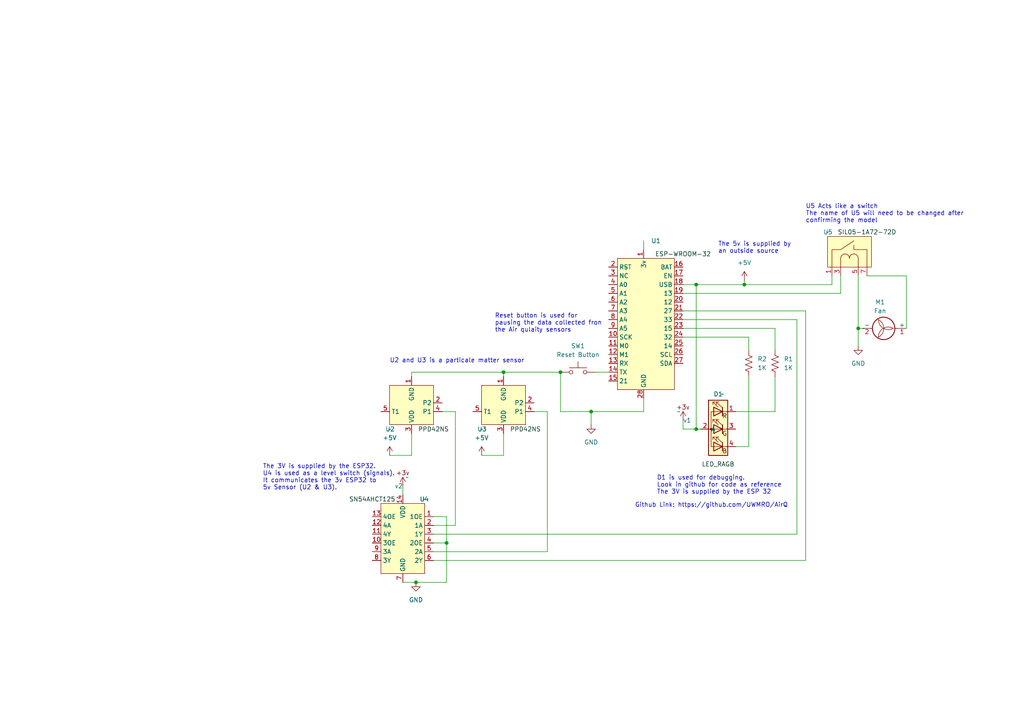
<source format=kicad_sch>
(kicad_sch (version 20230121) (generator eeschema)

  (uuid 7952aa3d-5e61-4d9a-838e-3c6cdf60cb39)

  (paper "A4")

  (title_block
    (title "Air Quality Sensor Mk1 ")
    (date "2024-04-12")
    (rev "4")
    (company "Univeristy of Washington AUEG Club")
  )

  (lib_symbols
    (symbol "Device:R_US" (pin_numbers hide) (pin_names (offset 0)) (in_bom yes) (on_board yes)
      (property "Reference" "R" (at 2.54 0 90)
        (effects (font (size 1.27 1.27)))
      )
      (property "Value" "R_US" (at -2.54 0 90)
        (effects (font (size 1.27 1.27)))
      )
      (property "Footprint" "" (at 1.016 -0.254 90)
        (effects (font (size 1.27 1.27)) hide)
      )
      (property "Datasheet" "~" (at 0 0 0)
        (effects (font (size 1.27 1.27)) hide)
      )
      (property "ki_keywords" "R res resistor" (at 0 0 0)
        (effects (font (size 1.27 1.27)) hide)
      )
      (property "ki_description" "Resistor, US symbol" (at 0 0 0)
        (effects (font (size 1.27 1.27)) hide)
      )
      (property "ki_fp_filters" "R_*" (at 0 0 0)
        (effects (font (size 1.27 1.27)) hide)
      )
      (symbol "R_US_0_1"
        (polyline
          (pts
            (xy 0 -2.286)
            (xy 0 -2.54)
          )
          (stroke (width 0) (type default))
          (fill (type none))
        )
        (polyline
          (pts
            (xy 0 2.286)
            (xy 0 2.54)
          )
          (stroke (width 0) (type default))
          (fill (type none))
        )
        (polyline
          (pts
            (xy 0 -0.762)
            (xy 1.016 -1.143)
            (xy 0 -1.524)
            (xy -1.016 -1.905)
            (xy 0 -2.286)
          )
          (stroke (width 0) (type default))
          (fill (type none))
        )
        (polyline
          (pts
            (xy 0 0.762)
            (xy 1.016 0.381)
            (xy 0 0)
            (xy -1.016 -0.381)
            (xy 0 -0.762)
          )
          (stroke (width 0) (type default))
          (fill (type none))
        )
        (polyline
          (pts
            (xy 0 2.286)
            (xy 1.016 1.905)
            (xy 0 1.524)
            (xy -1.016 1.143)
            (xy 0 0.762)
          )
          (stroke (width 0) (type default))
          (fill (type none))
        )
      )
      (symbol "R_US_1_1"
        (pin passive line (at 0 3.81 270) (length 1.27)
          (name "~" (effects (font (size 1.27 1.27))))
          (number "1" (effects (font (size 1.27 1.27))))
        )
        (pin passive line (at 0 -3.81 90) (length 1.27)
          (name "~" (effects (font (size 1.27 1.27))))
          (number "2" (effects (font (size 1.27 1.27))))
        )
      )
    )
    (symbol "Motor:Fan" (pin_names (offset 0)) (in_bom yes) (on_board yes)
      (property "Reference" "M" (at 2.54 5.08 0)
        (effects (font (size 1.27 1.27)) (justify left))
      )
      (property "Value" "Fan" (at 2.54 -2.54 0)
        (effects (font (size 1.27 1.27)) (justify left top))
      )
      (property "Footprint" "" (at 0 0.254 0)
        (effects (font (size 1.27 1.27)) hide)
      )
      (property "Datasheet" "~" (at 0 0.254 0)
        (effects (font (size 1.27 1.27)) hide)
      )
      (property "ki_keywords" "Fan Motor" (at 0 0 0)
        (effects (font (size 1.27 1.27)) hide)
      )
      (property "ki_description" "Fan" (at 0 0 0)
        (effects (font (size 1.27 1.27)) hide)
      )
      (property "ki_fp_filters" "PinHeader*P2.54mm* TerminalBlock*" (at 0 0 0)
        (effects (font (size 1.27 1.27)) hide)
      )
      (symbol "Fan_0_1"
        (arc (start -2.54 -0.508) (mid 0.0028 0.9121) (end 0 3.81)
          (stroke (width 0) (type default))
          (fill (type none))
        )
        (polyline
          (pts
            (xy 0 -5.08)
            (xy 0 -4.572)
          )
          (stroke (width 0) (type default))
          (fill (type none))
        )
        (polyline
          (pts
            (xy 0 -2.2352)
            (xy 0 -2.6416)
          )
          (stroke (width 0) (type default))
          (fill (type none))
        )
        (polyline
          (pts
            (xy 0 4.2672)
            (xy 0 4.6228)
          )
          (stroke (width 0) (type default))
          (fill (type none))
        )
        (polyline
          (pts
            (xy 0 4.572)
            (xy 0 5.08)
          )
          (stroke (width 0) (type default))
          (fill (type none))
        )
        (circle (center 0 1.016) (radius 3.2512)
          (stroke (width 0.254) (type default))
          (fill (type none))
        )
        (arc (start 0 3.81) (mid 0.053 0.921) (end 2.54 -0.508)
          (stroke (width 0) (type default))
          (fill (type none))
        )
        (arc (start 2.54 -0.508) (mid 0 1.0618) (end -2.54 -0.508)
          (stroke (width 0) (type default))
          (fill (type none))
        )
      )
      (symbol "Fan_1_1"
        (pin passive line (at 0 7.62 270) (length 2.54)
          (name "+" (effects (font (size 1.27 1.27))))
          (number "1" (effects (font (size 1.27 1.27))))
        )
        (pin passive line (at 0 -5.08 90) (length 2.54)
          (name "-" (effects (font (size 1.27 1.27))))
          (number "2" (effects (font (size 1.27 1.27))))
        )
      )
    )
    (symbol "Other Integrated Circuits:SIL_REED_RELAY SIL05-1A72-72D" (in_bom yes) (on_board yes)
      (property "Reference" "U" (at -19.05 3.81 0)
        (effects (font (size 1.27 1.27)))
      )
      (property "Value" "" (at -19.05 3.81 0)
        (effects (font (size 1.27 1.27)))
      )
      (property "Footprint" "" (at -19.05 3.81 0)
        (effects (font (size 1.27 1.27)) hide)
      )
      (property "Datasheet" "" (at -19.05 3.81 0)
        (effects (font (size 1.27 1.27)) hide)
      )
      (symbol "SIL_REED_RELAY SIL05-1A72-72D_0_1"
        (arc (start -13.97 -2.54) (mid -14.868 -2.912) (end -15.24 -3.81)
          (stroke (width 0) (type default))
          (fill (type none))
        )
        (arc (start -12.7 -3.81) (mid -13.072 -2.912) (end -13.97 -2.54)
          (stroke (width 0) (type default))
          (fill (type none))
        )
        (arc (start -11.43 -2.54) (mid -12.328 -2.912) (end -12.7 -3.81)
          (stroke (width 0) (type default))
          (fill (type none))
        )
        (arc (start -10.16 -3.81) (mid -10.532 -2.912) (end -11.43 -2.54)
          (stroke (width 0) (type default))
          (fill (type none))
        )
        (polyline
          (pts
            (xy -15.24 -3.81)
            (xy -15.24 -6.35)
          )
          (stroke (width 0) (type default))
          (fill (type none))
        )
        (polyline
          (pts
            (xy -10.16 -3.81)
            (xy -10.16 -6.35)
          )
          (stroke (width 0) (type default))
          (fill (type none))
        )
        (polyline
          (pts
            (xy -17.78 -6.35)
            (xy -17.78 -1.27)
            (xy -15.24 -1.27)
            (xy -11.43 1.27)
          )
          (stroke (width 0) (type default))
          (fill (type none))
        )
        (polyline
          (pts
            (xy -11.43 0)
            (xy -11.43 -1.27)
            (xy -7.62 -1.27)
            (xy -7.62 -6.35)
          )
          (stroke (width 0) (type default))
          (fill (type none))
        )
      )
      (symbol "SIL_REED_RELAY SIL05-1A72-72D_1_1"
        (rectangle (start -19.05 2.54) (end -6.35 -6.35)
          (stroke (width 0) (type default))
          (fill (type background))
        )
        (text "SIL05-1A72-72D" (at -7.62 3.81 0)
          (effects (font (size 1.27 1.27) (color 1 50 32 1)))
        )
        (pin bidirectional line (at -17.78 -8.89 90) (length 2.54)
          (name "" (effects (font (size 1.27 1.27))))
          (number "1" (effects (font (size 1.27 1.27))))
        )
        (pin bidirectional line (at -15.24 -8.89 90) (length 2.54)
          (name "" (effects (font (size 1.27 1.27))))
          (number "3" (effects (font (size 1.27 1.27))))
        )
        (pin bidirectional line (at -10.16 -8.89 90) (length 2.54)
          (name "" (effects (font (size 1.27 1.27))))
          (number "5" (effects (font (size 1.27 1.27))))
        )
        (pin bidirectional line (at -7.62 -8.89 90) (length 2.54)
          (name "" (effects (font (size 1.27 1.27))))
          (number "7" (effects (font (size 1.27 1.27))))
        )
      )
    )
    (symbol "Other Integrated Circuits:SN54AHCT125" (in_bom yes) (on_board yes)
      (property "Reference" "U" (at 0 0 0)
        (effects (font (size 1.27 1.27)))
      )
      (property "Value" "" (at 0 0 0)
        (effects (font (size 1.27 1.27)))
      )
      (property "Footprint" "" (at 0 0 0)
        (effects (font (size 1.27 1.27)) hide)
      )
      (property "Datasheet" "" (at 0 0 0)
        (effects (font (size 1.27 1.27)) hide)
      )
      (symbol "SN54AHCT125_1_1"
        (rectangle (start 0 -1.27) (end 12.7 -21.59)
          (stroke (width 0) (type default))
          (fill (type background))
        )
        (text "SN54AHCT125" (at 15.24 0 0)
          (effects (font (size 1.27 1.27) (color 1 50 32 1)))
        )
        (pin input line (at -2.54 -5.08 0) (length 2.54)
          (name "1OE" (effects (font (size 1.27 1.27))))
          (number "1" (effects (font (size 1.27 1.27))))
        )
        (pin input line (at 15.24 -12.7 180) (length 2.54)
          (name "3OE" (effects (font (size 1.27 1.27))))
          (number "10" (effects (font (size 1.27 1.27))))
        )
        (pin output line (at 15.24 -10.16 180) (length 2.54)
          (name "4Y" (effects (font (size 1.27 1.27))))
          (number "11" (effects (font (size 1.27 1.27))))
        )
        (pin input line (at 15.24 -7.62 180) (length 2.54)
          (name "4A" (effects (font (size 1.27 1.27))))
          (number "12" (effects (font (size 1.27 1.27))))
        )
        (pin input line (at 15.24 -5.08 180) (length 2.54)
          (name "4OE" (effects (font (size 1.27 1.27))))
          (number "13" (effects (font (size 1.27 1.27))))
        )
        (pin input line (at 6.35 1.27 270) (length 2.54)
          (name "VDD" (effects (font (size 1.27 1.27))))
          (number "14" (effects (font (size 1.27 1.27))))
        )
        (pin input line (at -2.54 -7.62 0) (length 2.54)
          (name "1A" (effects (font (size 1.27 1.27))))
          (number "2" (effects (font (size 1.27 1.27))))
        )
        (pin output line (at -2.54 -10.16 0) (length 2.54)
          (name "1Y" (effects (font (size 1.27 1.27))))
          (number "3" (effects (font (size 1.27 1.27))))
        )
        (pin input line (at -2.54 -12.7 0) (length 2.54)
          (name "2OE" (effects (font (size 1.27 1.27))))
          (number "4" (effects (font (size 1.27 1.27))))
        )
        (pin input line (at -2.54 -15.24 0) (length 2.54)
          (name "2A" (effects (font (size 1.27 1.27))))
          (number "5" (effects (font (size 1.27 1.27))))
        )
        (pin output line (at -2.54 -17.78 0) (length 2.54)
          (name "2Y" (effects (font (size 1.27 1.27))))
          (number "6" (effects (font (size 1.27 1.27))))
        )
        (pin output line (at 6.35 -24.13 90) (length 2.54)
          (name "GND" (effects (font (size 1.27 1.27))))
          (number "7" (effects (font (size 1.27 1.27))))
        )
        (pin output line (at 15.24 -17.78 180) (length 2.54)
          (name "3Y" (effects (font (size 1.27 1.27))))
          (number "8" (effects (font (size 1.27 1.27))))
        )
        (pin input line (at 15.24 -15.24 180) (length 2.54)
          (name "3A" (effects (font (size 1.27 1.27))))
          (number "9" (effects (font (size 1.27 1.27))))
        )
      )
    )
    (symbol "Other Lights:LED_RAGB" (in_bom yes) (on_board yes)
      (property "Reference" "D" (at -1.27 0 0)
        (effects (font (size 1.27 1.27)))
      )
      (property "Value" "" (at 0 0 0)
        (effects (font (size 1.27 1.27)))
      )
      (property "Footprint" "" (at 0 0 0)
        (effects (font (size 1.27 1.27)) hide)
      )
      (property "Datasheet" "" (at 0 0 0)
        (effects (font (size 1.27 1.27)) hide)
      )
      (symbol "LED_RAGB_0_0"
        (text "B" (at -0.635 -16.51 0)
          (effects (font (size 1.27 1.27)))
        )
        (text "G" (at -0.635 -11.43 0)
          (effects (font (size 1.27 1.27)))
        )
        (text "R" (at -0.635 -6.35 0)
          (effects (font (size 1.27 1.27)))
        )
      )
      (symbol "LED_RAGB_0_1"
        (rectangle (start -1.524 -1.778) (end 4.064 -17.78)
          (stroke (width 0.254) (type default))
          (fill (type background))
        )
        (polyline
          (pts
            (xy 0 -15.24)
            (xy -1.27 -15.24)
          )
          (stroke (width 0) (type default))
          (fill (type none))
        )
        (polyline
          (pts
            (xy 0 -15.24)
            (xy 2.54 -15.24)
          )
          (stroke (width 0) (type default))
          (fill (type none))
        )
        (polyline
          (pts
            (xy 0 -13.97)
            (xy 0 -16.51)
          )
          (stroke (width 0.254) (type default))
          (fill (type none))
        )
        (polyline
          (pts
            (xy 0 -10.16)
            (xy -1.27 -10.16)
          )
          (stroke (width 0) (type default))
          (fill (type none))
        )
        (polyline
          (pts
            (xy 0 -8.89)
            (xy 0 -11.43)
          )
          (stroke (width 0.254) (type default))
          (fill (type none))
        )
        (polyline
          (pts
            (xy 0 -5.08)
            (xy -1.27 -5.08)
          )
          (stroke (width 0) (type default))
          (fill (type none))
        )
        (polyline
          (pts
            (xy 0 -5.08)
            (xy 2.54 -5.08)
          )
          (stroke (width 0) (type default))
          (fill (type none))
        )
        (polyline
          (pts
            (xy 0 -3.81)
            (xy 0 -6.35)
          )
          (stroke (width 0.254) (type default))
          (fill (type none))
        )
        (polyline
          (pts
            (xy 2.54 -10.16)
            (xy 0 -10.16)
          )
          (stroke (width 0) (type default))
          (fill (type none))
        )
        (polyline
          (pts
            (xy 2.54 -10.16)
            (xy 3.81 -10.16)
          )
          (stroke (width 0) (type default))
          (fill (type none))
        )
        (polyline
          (pts
            (xy 0 -8.89)
            (xy 0 -11.43)
            (xy 0 -11.43)
          )
          (stroke (width 0) (type default))
          (fill (type none))
        )
        (polyline
          (pts
            (xy 0 -3.81)
            (xy 0 -6.35)
            (xy 0 -6.35)
          )
          (stroke (width 0) (type default))
          (fill (type none))
        )
        (polyline
          (pts
            (xy 2.54 -15.24)
            (xy 3.302 -15.24)
            (xy 3.302 -5.08)
            (xy 2.54 -5.08)
          )
          (stroke (width 0) (type default))
          (fill (type none))
        )
        (polyline
          (pts
            (xy 2.54 -13.97)
            (xy 2.54 -16.51)
            (xy 0 -15.24)
            (xy 2.54 -13.97)
          )
          (stroke (width 0.254) (type default))
          (fill (type none))
        )
        (polyline
          (pts
            (xy 2.54 -8.89)
            (xy 2.54 -11.43)
            (xy 0 -10.16)
            (xy 2.54 -8.89)
          )
          (stroke (width 0.254) (type default))
          (fill (type none))
        )
        (polyline
          (pts
            (xy 2.54 -3.81)
            (xy 2.54 -6.35)
            (xy 0 -5.08)
            (xy 2.54 -3.81)
          )
          (stroke (width 0.254) (type default))
          (fill (type none))
        )
        (polyline
          (pts
            (xy 0.254 -13.97)
            (xy 1.778 -12.446)
            (xy 1.016 -12.446)
            (xy 1.778 -12.446)
            (xy 1.778 -13.208)
          )
          (stroke (width 0) (type default))
          (fill (type none))
        )
        (polyline
          (pts
            (xy 0.254 -8.89)
            (xy 1.778 -7.366)
            (xy 1.016 -7.366)
            (xy 1.778 -7.366)
            (xy 1.778 -8.128)
          )
          (stroke (width 0) (type default))
          (fill (type none))
        )
        (polyline
          (pts
            (xy 0.254 -3.81)
            (xy 1.778 -2.286)
            (xy 1.016 -2.286)
            (xy 1.778 -2.286)
            (xy 1.778 -3.048)
          )
          (stroke (width 0) (type default))
          (fill (type none))
        )
        (polyline
          (pts
            (xy 1.27 -13.97)
            (xy 2.794 -12.446)
            (xy 2.032 -12.446)
            (xy 2.794 -12.446)
            (xy 2.794 -13.208)
          )
          (stroke (width 0) (type default))
          (fill (type none))
        )
        (polyline
          (pts
            (xy 1.27 -8.89)
            (xy 2.794 -7.366)
            (xy 2.032 -7.366)
            (xy 2.794 -7.366)
            (xy 2.794 -8.128)
          )
          (stroke (width 0) (type default))
          (fill (type none))
        )
        (polyline
          (pts
            (xy 1.27 -3.81)
            (xy 2.794 -2.286)
            (xy 2.032 -2.286)
            (xy 2.794 -2.286)
            (xy 2.794 -3.048)
          )
          (stroke (width 0) (type default))
          (fill (type none))
        )
        (rectangle (start 2.54 -11.43) (end 2.54 -8.89)
          (stroke (width 0) (type default))
          (fill (type none))
        )
        (rectangle (start 2.54 -8.89) (end 2.54 -8.89)
          (stroke (width 0) (type default))
          (fill (type none))
        )
        (rectangle (start 2.54 -6.35) (end 2.54 -3.81)
          (stroke (width 0) (type default))
          (fill (type none))
        )
        (rectangle (start 2.54 -3.81) (end 2.54 -3.81)
          (stroke (width 0) (type default))
          (fill (type none))
        )
        (circle (center 3.302 -10.16) (radius 0.254)
          (stroke (width 0) (type default))
          (fill (type outline))
        )
      )
      (symbol "LED_RAGB_1_1"
        (text "LED_RAGB" (at 1.27 -20.32 0)
          (effects (font (size 1.27 1.27) (color 1 50 32 1)))
        )
        (pin passive line (at -3.81 -5.08 0) (length 2.54)
          (name "" (effects (font (size 1.27 1.27))))
          (number "1" (effects (font (size 1.27 1.27))))
        )
        (pin passive line (at 6.35 -10.16 180) (length 2.54)
          (name "A" (effects (font (size 1.27 1.27))))
          (number "2" (effects (font (size 1.27 1.27))))
        )
        (pin passive line (at -3.81 -10.16 0) (length 2.54)
          (name "" (effects (font (size 1.27 1.27))))
          (number "3" (effects (font (size 1.27 1.27))))
        )
        (pin passive line (at -3.81 -15.24 0) (length 2.54)
          (name "" (effects (font (size 1.27 1.27))))
          (number "4" (effects (font (size 1.27 1.27))))
        )
      )
    )
    (symbol "Other Microcontroller:ESP32" (in_bom yes) (on_board yes)
      (property "Reference" "U" (at -2.54 3.81 0)
        (effects (font (size 1.27 1.27)))
      )
      (property "Value" "" (at 0 0 0)
        (effects (font (size 1.27 1.27)))
      )
      (property "Footprint" "" (at 0 0 0)
        (effects (font (size 1.27 1.27)) hide)
      )
      (property "Datasheet" "" (at 0 0 0)
        (effects (font (size 1.27 1.27)) hide)
      )
      (symbol "ESP32_1_1"
        (rectangle (start -2.54 2.54) (end 13.97 -35.56)
          (stroke (width 0) (type default))
          (fill (type background))
        )
        (text "ESP-WROOM-32\n" (at 16.51 3.81 0)
          (effects (font (size 1.27 1.27) (color 1 50 32 1)))
        )
        (pin input line (at 5.08 5.08 270) (length 2.54)
          (name "3v" (effects (font (size 1.27 1.27))))
          (number "1" (effects (font (size 1.27 1.27))))
        )
        (pin bidirectional line (at -5.08 -20.32 0) (length 2.54)
          (name "SCK" (effects (font (size 1.27 1.27))))
          (number "10" (effects (font (size 1.27 1.27))))
        )
        (pin bidirectional line (at -5.08 -22.86 0) (length 2.54)
          (name "M0" (effects (font (size 1.27 1.27))))
          (number "11" (effects (font (size 1.27 1.27))))
        )
        (pin bidirectional line (at -5.08 -25.4 0) (length 2.54)
          (name "M1" (effects (font (size 1.27 1.27))))
          (number "12" (effects (font (size 1.27 1.27))))
        )
        (pin bidirectional line (at -5.08 -27.94 0) (length 2.54)
          (name "RX" (effects (font (size 1.27 1.27))))
          (number "13" (effects (font (size 1.27 1.27))))
        )
        (pin bidirectional line (at -5.08 -30.48 0) (length 2.54)
          (name "TX" (effects (font (size 1.27 1.27))))
          (number "14" (effects (font (size 1.27 1.27))))
        )
        (pin bidirectional line (at -5.08 -33.02 0) (length 2.54)
          (name "21" (effects (font (size 1.27 1.27))))
          (number "15" (effects (font (size 1.27 1.27))))
        )
        (pin bidirectional line (at 16.51 0 180) (length 2.54)
          (name "BAT" (effects (font (size 1.27 1.27))))
          (number "16" (effects (font (size 1.27 1.27))))
        )
        (pin bidirectional line (at 16.51 -2.54 180) (length 2.54)
          (name "EN" (effects (font (size 1.27 1.27))))
          (number "17" (effects (font (size 1.27 1.27))))
        )
        (pin bidirectional line (at 16.51 -5.08 180) (length 2.54)
          (name "USB" (effects (font (size 1.27 1.27))))
          (number "18" (effects (font (size 1.27 1.27))))
        )
        (pin bidirectional line (at 16.51 -7.62 180) (length 2.54)
          (name "13" (effects (font (size 1.27 1.27))))
          (number "19" (effects (font (size 1.27 1.27))))
        )
        (pin bidirectional line (at -5.08 0 0) (length 2.54)
          (name "RST" (effects (font (size 1.27 1.27))))
          (number "2" (effects (font (size 1.27 1.27))))
        )
        (pin bidirectional line (at 16.51 -10.16 180) (length 2.54)
          (name "12" (effects (font (size 1.27 1.27))))
          (number "20" (effects (font (size 1.27 1.27))))
        )
        (pin bidirectional line (at 16.51 -12.7 180) (length 2.54)
          (name "27" (effects (font (size 1.27 1.27))))
          (number "21" (effects (font (size 1.27 1.27))))
        )
        (pin bidirectional line (at 16.51 -15.24 180) (length 2.54)
          (name "33" (effects (font (size 1.27 1.27))))
          (number "22" (effects (font (size 1.27 1.27))))
        )
        (pin bidirectional line (at 16.51 -17.78 180) (length 2.54)
          (name "15" (effects (font (size 1.27 1.27))))
          (number "23" (effects (font (size 1.27 1.27))))
        )
        (pin bidirectional line (at 16.51 -20.32 180) (length 2.54)
          (name "32" (effects (font (size 1.27 1.27))))
          (number "24" (effects (font (size 1.27 1.27))))
        )
        (pin bidirectional line (at 16.51 -22.86 180) (length 2.54)
          (name "14" (effects (font (size 1.27 1.27))))
          (number "25" (effects (font (size 1.27 1.27))))
        )
        (pin bidirectional line (at 16.51 -25.4 180) (length 2.54)
          (name "SCL" (effects (font (size 1.27 1.27))))
          (number "26" (effects (font (size 1.27 1.27))))
        )
        (pin bidirectional line (at 16.51 -27.94 180) (length 2.54)
          (name "SDA" (effects (font (size 1.27 1.27))))
          (number "27" (effects (font (size 1.27 1.27))))
        )
        (pin input line (at 5.08 -38.1 90) (length 2.54)
          (name "GND" (effects (font (size 1.27 1.27))))
          (number "28" (effects (font (size 1.27 1.27))))
        )
        (pin bidirectional line (at -5.08 -2.54 0) (length 2.54)
          (name "NC" (effects (font (size 1.27 1.27))))
          (number "3" (effects (font (size 1.27 1.27))))
        )
        (pin bidirectional line (at -5.08 -5.08 0) (length 2.54)
          (name "A0" (effects (font (size 1.27 1.27))))
          (number "4" (effects (font (size 1.27 1.27))))
        )
        (pin bidirectional line (at -5.08 -7.62 0) (length 2.54)
          (name "A1" (effects (font (size 1.27 1.27))))
          (number "5" (effects (font (size 1.27 1.27))))
        )
        (pin bidirectional line (at -5.08 -10.16 0) (length 2.54)
          (name "A2" (effects (font (size 1.27 1.27))))
          (number "6" (effects (font (size 1.27 1.27))))
        )
        (pin bidirectional line (at -5.08 -12.7 0) (length 2.54)
          (name "A3" (effects (font (size 1.27 1.27))))
          (number "7" (effects (font (size 1.27 1.27))))
        )
        (pin bidirectional line (at -5.08 -15.24 0) (length 2.54)
          (name "A4" (effects (font (size 1.27 1.27))))
          (number "8" (effects (font (size 1.27 1.27))))
        )
        (pin bidirectional line (at -5.08 -17.78 0) (length 2.54)
          (name "A5" (effects (font (size 1.27 1.27))))
          (number "9" (effects (font (size 1.27 1.27))))
        )
      )
    )
    (symbol "Other Power:+3v" (in_bom yes) (on_board yes)
      (property "Reference" "v" (at 0 0 0)
        (effects (font (size 1.27 1.27)))
      )
      (property "Value" "" (at 0 0 0)
        (effects (font (size 1.27 1.27)))
      )
      (property "Footprint" "" (at 0 0 0)
        (effects (font (size 1.27 1.27)) hide)
      )
      (property "Datasheet" "" (at 0 0 0)
        (effects (font (size 1.27 1.27)) hide)
      )
      (symbol "+3v_0_1"
        (polyline
          (pts
            (xy 0.508 -1.27)
            (xy 1.27 0)
          )
          (stroke (width 0) (type default))
          (fill (type none))
        )
        (polyline
          (pts
            (xy 1.27 -2.54)
            (xy 1.27 0)
          )
          (stroke (width 0) (type default))
          (fill (type none))
        )
        (polyline
          (pts
            (xy 1.27 0)
            (xy 2.032 -1.27)
          )
          (stroke (width 0) (type default))
          (fill (type none))
        )
      )
      (symbol "+3v_1_1"
        (text "+3v\n" (at 1.27 1.27 0)
          (effects (font (size 1.27 1.27)))
        )
        (pin power_in line (at 1.27 -2.54 90) (length 0) hide
          (name "+3.3V" (effects (font (size 1.27 1.27))))
          (number "1" (effects (font (size 1.27 1.27))))
        )
      )
    )
    (symbol "Other Sensors:PPD42NS" (in_bom yes) (on_board yes)
      (property "Reference" "U" (at 0 0 0)
        (effects (font (size 1.27 1.27)))
      )
      (property "Value" "" (at 0 0 0)
        (effects (font (size 1.27 1.27)))
      )
      (property "Footprint" "" (at 0 0 0)
        (effects (font (size 1.27 1.27)) hide)
      )
      (property "Datasheet" "" (at 0 0 0)
        (effects (font (size 1.27 1.27)) hide)
      )
      (symbol "PPD42NS_1_1"
        (rectangle (start 0 -1.27) (end 12.7 -12.7)
          (stroke (width 0) (type default))
          (fill (type background))
        )
        (text "PPD42NS" (at 12.7 0 0)
          (effects (font (size 1.27 1.27) (color 1 50 32 1)))
        )
        (pin output line (at 6.35 -15.24 90) (length 2.54)
          (name "GND" (effects (font (size 1.27 1.27))))
          (number "1" (effects (font (size 1.27 1.27))))
        )
        (pin output line (at 15.24 -7.62 180) (length 2.54)
          (name "P2" (effects (font (size 1.27 1.27))))
          (number "2" (effects (font (size 1.27 1.27))))
        )
        (pin input line (at 6.35 1.27 270) (length 2.54)
          (name "VDD" (effects (font (size 1.27 1.27))))
          (number "3" (effects (font (size 1.27 1.27))))
        )
        (pin output line (at 15.24 -5.08 180) (length 2.54)
          (name "P1" (effects (font (size 1.27 1.27))))
          (number "4" (effects (font (size 1.27 1.27))))
        )
        (pin input line (at -2.54 -5.08 0) (length 2.54)
          (name "T1" (effects (font (size 1.27 1.27))))
          (number "5" (effects (font (size 1.27 1.27))))
        )
      )
    )
    (symbol "Switch:SW_Push" (pin_numbers hide) (pin_names (offset 1.016) hide) (in_bom yes) (on_board yes)
      (property "Reference" "SW" (at 1.27 2.54 0)
        (effects (font (size 1.27 1.27)) (justify left))
      )
      (property "Value" "SW_Push" (at 0 -1.524 0)
        (effects (font (size 1.27 1.27)))
      )
      (property "Footprint" "" (at 0 5.08 0)
        (effects (font (size 1.27 1.27)) hide)
      )
      (property "Datasheet" "~" (at 0 5.08 0)
        (effects (font (size 1.27 1.27)) hide)
      )
      (property "ki_keywords" "switch normally-open pushbutton push-button" (at 0 0 0)
        (effects (font (size 1.27 1.27)) hide)
      )
      (property "ki_description" "Push button switch, generic, two pins" (at 0 0 0)
        (effects (font (size 1.27 1.27)) hide)
      )
      (symbol "SW_Push_0_1"
        (circle (center -2.032 0) (radius 0.508)
          (stroke (width 0) (type default))
          (fill (type none))
        )
        (polyline
          (pts
            (xy 0 1.27)
            (xy 0 3.048)
          )
          (stroke (width 0) (type default))
          (fill (type none))
        )
        (polyline
          (pts
            (xy 2.54 1.27)
            (xy -2.54 1.27)
          )
          (stroke (width 0) (type default))
          (fill (type none))
        )
        (circle (center 2.032 0) (radius 0.508)
          (stroke (width 0) (type default))
          (fill (type none))
        )
        (pin passive line (at -5.08 0 0) (length 2.54)
          (name "1" (effects (font (size 1.27 1.27))))
          (number "1" (effects (font (size 1.27 1.27))))
        )
        (pin passive line (at 5.08 0 180) (length 2.54)
          (name "2" (effects (font (size 1.27 1.27))))
          (number "2" (effects (font (size 1.27 1.27))))
        )
      )
    )
    (symbol "power:+5V" (power) (pin_names (offset 0)) (in_bom yes) (on_board yes)
      (property "Reference" "#PWR" (at 0 -3.81 0)
        (effects (font (size 1.27 1.27)) hide)
      )
      (property "Value" "+5V" (at 0 3.556 0)
        (effects (font (size 1.27 1.27)))
      )
      (property "Footprint" "" (at 0 0 0)
        (effects (font (size 1.27 1.27)) hide)
      )
      (property "Datasheet" "" (at 0 0 0)
        (effects (font (size 1.27 1.27)) hide)
      )
      (property "ki_keywords" "global power" (at 0 0 0)
        (effects (font (size 1.27 1.27)) hide)
      )
      (property "ki_description" "Power symbol creates a global label with name \"+5V\"" (at 0 0 0)
        (effects (font (size 1.27 1.27)) hide)
      )
      (symbol "+5V_0_1"
        (polyline
          (pts
            (xy -0.762 1.27)
            (xy 0 2.54)
          )
          (stroke (width 0) (type default))
          (fill (type none))
        )
        (polyline
          (pts
            (xy 0 0)
            (xy 0 2.54)
          )
          (stroke (width 0) (type default))
          (fill (type none))
        )
        (polyline
          (pts
            (xy 0 2.54)
            (xy 0.762 1.27)
          )
          (stroke (width 0) (type default))
          (fill (type none))
        )
      )
      (symbol "+5V_1_1"
        (pin power_in line (at 0 0 90) (length 0) hide
          (name "+5V" (effects (font (size 1.27 1.27))))
          (number "1" (effects (font (size 1.27 1.27))))
        )
      )
    )
    (symbol "power:GND" (power) (pin_names (offset 0)) (in_bom yes) (on_board yes)
      (property "Reference" "#PWR" (at 0 -6.35 0)
        (effects (font (size 1.27 1.27)) hide)
      )
      (property "Value" "GND" (at 0 -3.81 0)
        (effects (font (size 1.27 1.27)))
      )
      (property "Footprint" "" (at 0 0 0)
        (effects (font (size 1.27 1.27)) hide)
      )
      (property "Datasheet" "" (at 0 0 0)
        (effects (font (size 1.27 1.27)) hide)
      )
      (property "ki_keywords" "global power" (at 0 0 0)
        (effects (font (size 1.27 1.27)) hide)
      )
      (property "ki_description" "Power symbol creates a global label with name \"GND\" , ground" (at 0 0 0)
        (effects (font (size 1.27 1.27)) hide)
      )
      (symbol "GND_0_1"
        (polyline
          (pts
            (xy 0 0)
            (xy 0 -1.27)
            (xy 1.27 -1.27)
            (xy 0 -2.54)
            (xy -1.27 -1.27)
            (xy 0 -1.27)
          )
          (stroke (width 0) (type default))
          (fill (type none))
        )
      )
      (symbol "GND_1_1"
        (pin power_in line (at 0 0 270) (length 0) hide
          (name "GND" (effects (font (size 1.27 1.27))))
          (number "1" (effects (font (size 1.27 1.27))))
        )
      )
    )
  )

  (junction (at 201.93 124.46) (diameter 0) (color 0 0 0 0)
    (uuid 17faae56-4048-4487-9d69-ecf26adf9f4f)
  )
  (junction (at 162.56 107.95) (diameter 0) (color 0 0 0 0)
    (uuid 265d2a26-b874-4075-b23f-e14aa62433c5)
  )
  (junction (at 146.05 107.95) (diameter 0) (color 0 0 0 0)
    (uuid 4cebfa5c-d41f-461e-af91-168d9150a009)
  )
  (junction (at 171.45 119.38) (diameter 0) (color 0 0 0 0)
    (uuid 50c9ef6b-8418-42ed-af6d-3e3b031b108a)
  )
  (junction (at 120.65 168.91) (diameter 0) (color 0 0 0 0)
    (uuid 63799e21-4046-44d4-9bd1-664bacc87c61)
  )
  (junction (at 215.9 82.55) (diameter 0) (color 0 0 0 0)
    (uuid 74dc3a6a-84e8-447a-9042-958a6a5730c6)
  )
  (junction (at 248.92 95.25) (diameter 0) (color 0 0 0 0)
    (uuid 94c6994d-6ffb-4b8d-a90f-a2a3f15373bd)
  )
  (junction (at 129.54 157.48) (diameter 0) (color 0 0 0 0)
    (uuid d825b340-a3a0-40bb-a8f6-673ede9e1451)
  )
  (junction (at 201.93 82.55) (diameter 0) (color 0 0 0 0)
    (uuid e5e91131-9770-4f31-a9f9-d176afa795d9)
  )

  (wire (pts (xy 217.17 97.79) (xy 217.17 101.6))
    (stroke (width 0) (type default))
    (uuid 035a5116-3620-4021-82fc-b852d5e4868d)
  )
  (wire (pts (xy 198.12 92.71) (xy 231.14 92.71))
    (stroke (width 0) (type default))
    (uuid 06e1b817-0f32-42ff-a1ee-1e6fd6adc05a)
  )
  (wire (pts (xy 154.94 119.38) (xy 158.75 119.38))
    (stroke (width 0) (type default))
    (uuid 0778d5dd-7dc6-4581-ae8f-4ec8995c6e48)
  )
  (wire (pts (xy 158.75 160.02) (xy 125.73 160.02))
    (stroke (width 0) (type default))
    (uuid 0877eddf-250e-41ff-9b65-80d586bcd6b2)
  )
  (wire (pts (xy 224.79 95.25) (xy 224.79 101.6))
    (stroke (width 0) (type default))
    (uuid 08d68350-d43c-41b2-8cfa-4b47aa9830d5)
  )
  (wire (pts (xy 198.12 82.55) (xy 201.93 82.55))
    (stroke (width 0) (type default))
    (uuid 0d55f5df-bd0e-478a-8878-2013ebb895e5)
  )
  (wire (pts (xy 120.65 168.91) (xy 129.54 168.91))
    (stroke (width 0) (type default))
    (uuid 0dfc067d-4429-45fa-9cfb-327a46b0ff9f)
  )
  (wire (pts (xy 119.38 107.95) (xy 146.05 107.95))
    (stroke (width 0) (type default))
    (uuid 12cb66f7-a9be-4bc4-acdd-f5bfc43ab1bb)
  )
  (wire (pts (xy 231.14 92.71) (xy 231.14 154.94))
    (stroke (width 0) (type default))
    (uuid 17a8e002-9ac1-4d29-a4f3-63843984ec9b)
  )
  (wire (pts (xy 172.72 107.95) (xy 176.53 107.95))
    (stroke (width 0) (type default))
    (uuid 185ccae0-54ac-4f37-a53e-6130cf03c359)
  )
  (wire (pts (xy 198.12 97.79) (xy 217.17 97.79))
    (stroke (width 0) (type default))
    (uuid 1bb0df0f-61a8-472d-86fd-ef267078a8e2)
  )
  (wire (pts (xy 201.93 82.55) (xy 215.9 82.55))
    (stroke (width 0) (type default))
    (uuid 1e4e7319-23e9-436b-9a99-5f8f230338a4)
  )
  (wire (pts (xy 125.73 154.94) (xy 231.14 154.94))
    (stroke (width 0) (type default))
    (uuid 2171b13a-5cbc-4e40-9350-54d5ccfe211b)
  )
  (wire (pts (xy 201.93 124.46) (xy 203.2 124.46))
    (stroke (width 0) (type default))
    (uuid 27f93c70-fbd3-4a7e-b961-89d27679ec42)
  )
  (wire (pts (xy 198.12 90.17) (xy 233.68 90.17))
    (stroke (width 0) (type default))
    (uuid 287dabe3-26cf-4ffa-8ba1-f1765ea902c1)
  )
  (wire (pts (xy 162.56 119.38) (xy 171.45 119.38))
    (stroke (width 0) (type default))
    (uuid 2c833c95-0dae-4139-aaef-344f2dbcc421)
  )
  (wire (pts (xy 224.79 119.38) (xy 213.36 119.38))
    (stroke (width 0) (type default))
    (uuid 3b92f6b7-23cc-4001-a310-5fc5e7f2e3e2)
  )
  (wire (pts (xy 217.17 109.22) (xy 217.17 129.54))
    (stroke (width 0) (type default))
    (uuid 4ae20a25-bdea-4e10-9672-8a650254a878)
  )
  (wire (pts (xy 217.17 129.54) (xy 213.36 129.54))
    (stroke (width 0) (type default))
    (uuid 4e60e8f5-a97d-4116-b252-78609e4c781d)
  )
  (wire (pts (xy 248.92 95.25) (xy 250.19 95.25))
    (stroke (width 0) (type default))
    (uuid 52294a4c-8d99-4302-a52e-786c45058be2)
  )
  (wire (pts (xy 116.84 168.91) (xy 120.65 168.91))
    (stroke (width 0) (type default))
    (uuid 52925156-d990-406d-aae5-2ad2c867087b)
  )
  (wire (pts (xy 186.69 115.57) (xy 186.69 119.38))
    (stroke (width 0) (type default))
    (uuid 566108d3-1af1-4f32-ac95-7f24b7d5e676)
  )
  (wire (pts (xy 129.54 149.86) (xy 129.54 157.48))
    (stroke (width 0) (type default))
    (uuid 5fd4f6e1-30ae-41ce-adf7-72578bc52d27)
  )
  (wire (pts (xy 241.3 82.55) (xy 241.3 80.01))
    (stroke (width 0) (type default))
    (uuid 700d17c2-191e-4ef4-b705-6a1800cbd3eb)
  )
  (wire (pts (xy 119.38 107.95) (xy 119.38 109.22))
    (stroke (width 0) (type default))
    (uuid 740d123e-f056-4901-920f-ba0ca35a5ff8)
  )
  (wire (pts (xy 132.08 119.38) (xy 132.08 152.4))
    (stroke (width 0) (type default))
    (uuid 75b4a2ff-22e0-4ae7-a0c9-9cdde8452fc5)
  )
  (wire (pts (xy 198.12 121.92) (xy 198.12 124.46))
    (stroke (width 0) (type default))
    (uuid 77914326-ded7-409d-80e2-79e6d77fbecd)
  )
  (wire (pts (xy 128.27 119.38) (xy 132.08 119.38))
    (stroke (width 0) (type default))
    (uuid 798c2f57-8023-4b01-a31f-f775c8d16fbf)
  )
  (wire (pts (xy 125.73 162.56) (xy 233.68 162.56))
    (stroke (width 0) (type default))
    (uuid 7a150170-2bf7-4bc2-81b4-7eccef6cc8fa)
  )
  (wire (pts (xy 116.84 140.97) (xy 116.84 143.51))
    (stroke (width 0) (type default))
    (uuid 7e506549-30b3-4785-85f9-6e78eaba67b7)
  )
  (wire (pts (xy 171.45 119.38) (xy 171.45 123.19))
    (stroke (width 0) (type default))
    (uuid 83ac8163-1ffa-454c-9b74-31ba8216a438)
  )
  (wire (pts (xy 201.93 82.55) (xy 201.93 124.46))
    (stroke (width 0) (type default))
    (uuid 85928a8f-5c76-46c3-a8cc-ae6f4c81439f)
  )
  (wire (pts (xy 162.56 107.95) (xy 162.56 119.38))
    (stroke (width 0) (type default))
    (uuid 9b1914c7-ee1f-41d7-aa00-3ae74ae51565)
  )
  (wire (pts (xy 262.89 80.01) (xy 262.89 95.25))
    (stroke (width 0) (type default))
    (uuid 9baca587-c8fb-4983-bdbb-f10bdc4ebaf3)
  )
  (wire (pts (xy 132.08 152.4) (xy 125.73 152.4))
    (stroke (width 0) (type default))
    (uuid 9e332245-9887-4edb-979c-42dedc3842b9)
  )
  (wire (pts (xy 119.38 125.73) (xy 119.38 132.08))
    (stroke (width 0) (type default))
    (uuid 9ffefdb9-b0da-4ffd-bbb6-1bc6f11317bd)
  )
  (wire (pts (xy 146.05 132.08) (xy 139.7 132.08))
    (stroke (width 0) (type default))
    (uuid a01b848e-c6ea-4f57-af02-afc14a078789)
  )
  (wire (pts (xy 224.79 109.22) (xy 224.79 119.38))
    (stroke (width 0) (type default))
    (uuid a2e175ce-2f15-4eba-9a22-18704323c1fb)
  )
  (wire (pts (xy 248.92 80.01) (xy 248.92 95.25))
    (stroke (width 0) (type default))
    (uuid aba1156f-b2ea-4965-9dbb-6446eac672e4)
  )
  (wire (pts (xy 215.9 82.55) (xy 215.9 81.28))
    (stroke (width 0) (type default))
    (uuid ae274d48-fa15-43b5-b52f-4babf16bdc66)
  )
  (wire (pts (xy 125.73 149.86) (xy 129.54 149.86))
    (stroke (width 0) (type default))
    (uuid b3562ea4-1643-47e0-b897-14942a7a6025)
  )
  (wire (pts (xy 251.46 80.01) (xy 262.89 80.01))
    (stroke (width 0) (type default))
    (uuid b79c902a-c675-4970-9e89-c6c072312e93)
  )
  (wire (pts (xy 146.05 125.73) (xy 146.05 132.08))
    (stroke (width 0) (type default))
    (uuid bf6ff582-ba99-4f03-b9d9-6e3a5ec68cb4)
  )
  (wire (pts (xy 146.05 107.95) (xy 162.56 107.95))
    (stroke (width 0) (type default))
    (uuid c2b8cb30-bfea-45ed-9078-689d387b9c7b)
  )
  (wire (pts (xy 198.12 85.09) (xy 243.84 85.09))
    (stroke (width 0) (type default))
    (uuid c3a5f678-6bf6-415e-b7d2-2733a0309aee)
  )
  (wire (pts (xy 158.75 119.38) (xy 158.75 160.02))
    (stroke (width 0) (type default))
    (uuid cd0b512b-036d-47c8-826a-b36b720a8914)
  )
  (wire (pts (xy 171.45 119.38) (xy 186.69 119.38))
    (stroke (width 0) (type default))
    (uuid d128d768-f874-45fe-b947-5376e7432f0b)
  )
  (wire (pts (xy 119.38 132.08) (xy 113.03 132.08))
    (stroke (width 0) (type default))
    (uuid d20563a9-f8a9-4cbb-a4fa-0cc161896488)
  )
  (wire (pts (xy 198.12 95.25) (xy 224.79 95.25))
    (stroke (width 0) (type default))
    (uuid d3355bd9-c15a-40b0-bb68-ff4e36c341b2)
  )
  (wire (pts (xy 186.69 69.85) (xy 186.69 72.39))
    (stroke (width 0) (type default))
    (uuid d3c5dda7-74eb-422e-8db1-c847b9ddb9f6)
  )
  (wire (pts (xy 146.05 109.22) (xy 146.05 107.95))
    (stroke (width 0) (type default))
    (uuid d64e434b-79b7-4db6-b83a-d86e41bb2570)
  )
  (wire (pts (xy 125.73 157.48) (xy 129.54 157.48))
    (stroke (width 0) (type default))
    (uuid dae39128-4b82-43da-9dcb-af3b7ec5ac50)
  )
  (wire (pts (xy 248.92 95.25) (xy 248.92 100.33))
    (stroke (width 0) (type default))
    (uuid e048dedc-0838-481f-b431-cfebeb8155d5)
  )
  (wire (pts (xy 129.54 157.48) (xy 129.54 168.91))
    (stroke (width 0) (type default))
    (uuid e094d0f6-5e00-4d91-97c0-076aaf146b9c)
  )
  (wire (pts (xy 198.12 124.46) (xy 201.93 124.46))
    (stroke (width 0) (type default))
    (uuid e254d501-d6e6-457e-8e2b-0284701a5b4a)
  )
  (wire (pts (xy 243.84 85.09) (xy 243.84 80.01))
    (stroke (width 0) (type default))
    (uuid e5f59115-b36e-4d1e-83cc-588f416f37e0)
  )
  (wire (pts (xy 215.9 82.55) (xy 241.3 82.55))
    (stroke (width 0) (type default))
    (uuid fdcd9505-9890-43e8-b8fc-a71acb357983)
  )
  (wire (pts (xy 233.68 90.17) (xy 233.68 162.56))
    (stroke (width 0) (type default))
    (uuid ffdf9faa-98ed-49bd-91b7-9e80d8f4f491)
  )

  (text "D1 is used for debugging.\nLook in github for code as reference\nThe 3V is supplied by the ESP 32"
    (at 190.5 143.51 0)
    (effects (font (size 1.27 1.27)) (justify left bottom))
    (uuid 040a756b-64d5-4bf8-902a-74e3c303430f)
  )
  (text "\nThe 3V is supplied by the ESP32.\nU4 is used as a level switch (signals). \nIt communicates the 3v ESP32 to \n5v Sensor (U2 & U3). \n"
    (at 76.2 142.24 0)
    (effects (font (size 1.27 1.27)) (justify left bottom))
    (uuid 6e0c8783-c00d-4c2a-bcda-1d570fb5fb60)
  )
  (text "Reset button is used for \npausing the data collected fron \nthe Air qulaity sensors\n"
    (at 143.51 96.52 0)
    (effects (font (size 1.27 1.27)) (justify left bottom))
    (uuid 8064af4e-1b0b-4542-9b51-032c160979a3)
  )
  (text "Github Link: https://github.com/UWMRO/AirQ" (at 184.15 147.32 0)
    (effects (font (size 1.27 1.27)) (justify left bottom))
    (uuid b3f9b931-1199-4124-958b-4df92f3a7015)
  )
  (text "The 5v is supplied by\nan outside source\n" (at 208.28 73.66 0)
    (effects (font (size 1.27 1.27)) (justify left bottom))
    (uuid b88b8492-086a-4400-b8dc-154f114146a5)
  )
  (text "U5 Acts like a switch\nThe name of U5 will need to be changed after \nconfirming the model"
    (at 233.68 64.77 0)
    (effects (font (size 1.27 1.27)) (justify left bottom))
    (uuid f59b531f-93dc-4b81-b855-97f01c90de20)
  )
  (text "U2 and U3 is a particale matter sensor" (at 113.03 105.41 0)
    (effects (font (size 1.27 1.27)) (justify left bottom))
    (uuid f92cba60-59ed-4c28-820e-9848a02c6e7a)
  )

  (symbol (lib_id "power:+5V") (at 139.7 132.08 0) (unit 1)
    (in_bom yes) (on_board yes) (dnp no) (fields_autoplaced)
    (uuid 0cd1775e-953b-4d32-a7d6-836b006d3e1e)
    (property "Reference" "#PWR05" (at 139.7 135.89 0)
      (effects (font (size 1.27 1.27)) hide)
    )
    (property "Value" "+5V" (at 139.7 127 0)
      (effects (font (size 1.27 1.27)))
    )
    (property "Footprint" "" (at 139.7 132.08 0)
      (effects (font (size 1.27 1.27)) hide)
    )
    (property "Datasheet" "" (at 139.7 132.08 0)
      (effects (font (size 1.27 1.27)) hide)
    )
    (pin "1" (uuid 57bc91db-3d7b-441e-8cb5-3c96b97123c4))
    (instances
      (project "AUEG AirQuality Sensor Mk1"
        (path "/7952aa3d-5e61-4d9a-838e-3c6cdf60cb39"
          (reference "#PWR05") (unit 1)
        )
      )
    )
  )

  (symbol (lib_id "power:+5V") (at 113.03 132.08 0) (unit 1)
    (in_bom yes) (on_board yes) (dnp no) (fields_autoplaced)
    (uuid 0ce1b8de-defe-4a49-b3bb-3cf4f8d1ad95)
    (property "Reference" "#PWR06" (at 113.03 135.89 0)
      (effects (font (size 1.27 1.27)) hide)
    )
    (property "Value" "+5V" (at 113.03 127 0)
      (effects (font (size 1.27 1.27)))
    )
    (property "Footprint" "" (at 113.03 132.08 0)
      (effects (font (size 1.27 1.27)) hide)
    )
    (property "Datasheet" "" (at 113.03 132.08 0)
      (effects (font (size 1.27 1.27)) hide)
    )
    (pin "1" (uuid 93bea1cb-8d5d-4bca-8ed0-434eeddfa040))
    (instances
      (project "AUEG AirQuality Sensor Mk1"
        (path "/7952aa3d-5e61-4d9a-838e-3c6cdf60cb39"
          (reference "#PWR06") (unit 1)
        )
      )
    )
  )

  (symbol (lib_id "Other Integrated Circuits:SIL_REED_RELAY SIL05-1A72-72D") (at 259.08 71.12 0) (unit 1)
    (in_bom yes) (on_board yes) (dnp no)
    (uuid 293818af-9aba-4340-8d11-452ab092f820)
    (property "Reference" "U5" (at 238.76 67.31 0)
      (effects (font (size 1.27 1.27)) (justify left))
    )
    (property "Value" "~" (at 240.03 67.31 0)
      (effects (font (size 1.27 1.27)))
    )
    (property "Footprint" "" (at 240.03 67.31 0)
      (effects (font (size 1.27 1.27)) hide)
    )
    (property "Datasheet" "" (at 240.03 67.31 0)
      (effects (font (size 1.27 1.27)) hide)
    )
    (pin "7" (uuid cc93cd45-58d8-45f4-b81d-f3f347d15203))
    (pin "1" (uuid 189a54d1-5d51-4ea5-9d1d-653a38b1ca04))
    (pin "5" (uuid c5163c55-f200-419e-80df-b51d69f02d13))
    (pin "3" (uuid 957ff4b2-7a76-44cb-b72f-40d376832a1d))
    (instances
      (project "AUEG AirQuality Sensor Mk1"
        (path "/7952aa3d-5e61-4d9a-838e-3c6cdf60cb39"
          (reference "U5") (unit 1)
        )
      )
    )
  )

  (symbol (lib_id "Other Integrated Circuits:SN54AHCT125") (at 123.19 144.78 0) (mirror y) (unit 1)
    (in_bom yes) (on_board yes) (dnp no)
    (uuid 36c838ce-f263-421a-b9e5-1a2cbb1a49a2)
    (property "Reference" "U4" (at 124.46 144.78 0)
      (effects (font (size 1.27 1.27)) (justify left))
    )
    (property "Value" "~" (at 123.19 144.78 0)
      (effects (font (size 1.27 1.27)))
    )
    (property "Footprint" "" (at 123.19 144.78 0)
      (effects (font (size 1.27 1.27)) hide)
    )
    (property "Datasheet" "" (at 123.19 144.78 0)
      (effects (font (size 1.27 1.27)) hide)
    )
    (pin "3" (uuid 7b556d13-dec2-45f1-8c21-d84e9788d755))
    (pin "6" (uuid a30d26dd-d6c1-489d-8412-1ae895e43d5a))
    (pin "8" (uuid b0ff3ad5-2fc4-4631-8640-aa25f9a30db1))
    (pin "13" (uuid 7fb5b7dd-892f-4418-91e0-7661d9e13881))
    (pin "2" (uuid e00ef34a-a47d-49bf-b4cf-cfa152e4479b))
    (pin "7" (uuid 5c6dd75a-7ea1-43a3-a7c7-7d4ab49ce503))
    (pin "10" (uuid 8f924dd7-280a-4aac-826b-55fb409a2265))
    (pin "14" (uuid 9c1c99e1-1422-4d6d-9cea-e24b36de0591))
    (pin "11" (uuid 8a8e2f5b-943c-4d2a-a303-afc3392f116a))
    (pin "5" (uuid c8651d4f-48da-4206-9c2a-a09a2466da2b))
    (pin "1" (uuid 65f38395-0dd5-4174-8808-efd02ea6373f))
    (pin "9" (uuid aed3f047-a36e-433d-a170-92379a52c222))
    (pin "4" (uuid a95f0cb2-04f9-4eba-9ff7-b93ac0fe7107))
    (pin "12" (uuid 653e6cd0-f8d6-4d06-819b-f35b18f63c2a))
    (instances
      (project "AUEG AirQuality Sensor Mk1"
        (path "/7952aa3d-5e61-4d9a-838e-3c6cdf60cb39"
          (reference "U4") (unit 1)
        )
      )
    )
  )

  (symbol (lib_id "Other Lights:LED_RAGB") (at 209.55 114.3 0) (mirror y) (unit 1)
    (in_bom yes) (on_board yes) (dnp no)
    (uuid 3947c9b9-8fb8-49f4-9c3a-f681037031a9)
    (property "Reference" "D1" (at 208.28 114.3 0)
      (effects (font (size 1.27 1.27)))
    )
    (property "Value" "~" (at 209.55 114.3 0)
      (effects (font (size 1.27 1.27)))
    )
    (property "Footprint" "" (at 209.55 114.3 0)
      (effects (font (size 1.27 1.27)) hide)
    )
    (property "Datasheet" "" (at 209.55 114.3 0)
      (effects (font (size 1.27 1.27)) hide)
    )
    (pin "2" (uuid 1902add2-64aa-4880-bd9c-d0fce50c0da7))
    (pin "4" (uuid 51e98b3c-036c-4411-90b8-d030f81f77ad))
    (pin "1" (uuid c82c9aff-33bd-4f65-a60f-4c74c07c7159))
    (pin "3" (uuid 92c22b95-7f24-44e9-b959-de62d7391d7d))
    (instances
      (project "AUEG AirQuality Sensor Mk1"
        (path "/7952aa3d-5e61-4d9a-838e-3c6cdf60cb39"
          (reference "D1") (unit 1)
        )
      )
    )
  )

  (symbol (lib_id "Device:R_US") (at 217.17 105.41 0) (unit 1)
    (in_bom yes) (on_board yes) (dnp no) (fields_autoplaced)
    (uuid 3ad6873b-2887-43f3-9bae-1a363bbceb8a)
    (property "Reference" "R2" (at 219.71 104.14 0)
      (effects (font (size 1.27 1.27)) (justify left))
    )
    (property "Value" "1K" (at 219.71 106.68 0)
      (effects (font (size 1.27 1.27)) (justify left))
    )
    (property "Footprint" "" (at 218.186 105.664 90)
      (effects (font (size 1.27 1.27)) hide)
    )
    (property "Datasheet" "~" (at 217.17 105.41 0)
      (effects (font (size 1.27 1.27)) hide)
    )
    (pin "1" (uuid ecdf1565-e8a0-4251-b31c-ffb159e6644a))
    (pin "2" (uuid 1f74bfce-9b20-4a4c-8600-506eb6c5b92b))
    (instances
      (project "AUEG AirQuality Sensor Mk1"
        (path "/7952aa3d-5e61-4d9a-838e-3c6cdf60cb39"
          (reference "R2") (unit 1)
        )
      )
    )
  )

  (symbol (lib_id "Other Microcontroller:ESP32") (at 181.61 77.47 0) (unit 1)
    (in_bom yes) (on_board yes) (dnp no) (fields_autoplaced)
    (uuid 3df9b2b3-06e9-46d7-b748-b21b90ef133a)
    (property "Reference" "U1" (at 188.8841 69.85 0)
      (effects (font (size 1.27 1.27)) (justify left))
    )
    (property "Value" "~" (at 181.61 77.47 0)
      (effects (font (size 1.27 1.27)))
    )
    (property "Footprint" "" (at 181.61 77.47 0)
      (effects (font (size 1.27 1.27)) hide)
    )
    (property "Datasheet" "" (at 181.61 77.47 0)
      (effects (font (size 1.27 1.27)) hide)
    )
    (pin "12" (uuid 2947ccdd-6d78-451e-9516-2d2511d26a06))
    (pin "4" (uuid 48862c85-096c-4a32-8ca1-3b0b29a8d62e))
    (pin "27" (uuid 963d31a4-7a31-4991-827e-e08d66ce2b9e))
    (pin "1" (uuid 872b718b-6004-4d19-aca9-960a5d3562b5))
    (pin "18" (uuid 070856f5-d2d4-4066-bb92-6c68f4418b4f))
    (pin "28" (uuid 3449b6d0-c8e9-4163-9a9d-86636d1761f2))
    (pin "24" (uuid a381e1aa-32e5-4f29-9666-a9156739991d))
    (pin "5" (uuid 89dee394-152a-4988-a1d0-974b219c76b8))
    (pin "6" (uuid 361f36b9-351a-4f38-954a-c126ebce719d))
    (pin "17" (uuid bab77788-89ba-4fff-8c86-0d13ef49e1e0))
    (pin "20" (uuid 0538e044-1568-4ad3-81f3-399fb9820dd8))
    (pin "19" (uuid 4c05c6b6-5e2e-402a-82aa-1b4484e262d6))
    (pin "11" (uuid 4feb44a8-695c-4470-8d22-29d7510739d2))
    (pin "2" (uuid 21c607b0-3b91-414f-b318-cc825470a89e))
    (pin "25" (uuid cae514af-701c-479c-96ab-51029a3e9c49))
    (pin "13" (uuid 5ebfd9d0-b8fb-450f-bcf2-0f8838e17e30))
    (pin "21" (uuid 14d90f67-73a6-4bd4-8c5b-67655b44e774))
    (pin "22" (uuid c7619402-b665-4e40-8eb2-8d1afff057fa))
    (pin "23" (uuid 0c7044d4-af35-4e76-8b2c-349bbe25630c))
    (pin "26" (uuid 93a0e31c-7613-4f41-a596-eaedeba0f660))
    (pin "7" (uuid 70599da6-c89a-48e9-9b2a-e73de3e10f17))
    (pin "14" (uuid 29c3978a-6245-4afe-87b9-a6c3c688e7a8))
    (pin "16" (uuid 9bb11b50-8c04-4465-b0f1-343ca584a950))
    (pin "9" (uuid 7b2fc999-06d8-4fdb-973e-4509326bae4f))
    (pin "3" (uuid 6c4a3322-5829-4e40-bd00-f3e2345d0549))
    (pin "15" (uuid 8abf8a9c-a1f2-428a-84b4-1608d017ea78))
    (pin "10" (uuid c6e4393a-4673-4d1d-bb56-6103d111d7fa))
    (pin "8" (uuid b65c7672-b77b-4b44-b534-07bfabbd4662))
    (instances
      (project "AUEG AirQuality Sensor Mk1"
        (path "/7952aa3d-5e61-4d9a-838e-3c6cdf60cb39"
          (reference "U1") (unit 1)
        )
      )
    )
  )

  (symbol (lib_id "Switch:SW_Push") (at 167.64 107.95 0) (unit 1)
    (in_bom yes) (on_board yes) (dnp no) (fields_autoplaced)
    (uuid 4e11b518-cb22-4943-b684-2851b2a9d063)
    (property "Reference" "SW1" (at 167.64 100.33 0)
      (effects (font (size 1.27 1.27)))
    )
    (property "Value" "Reset Button" (at 167.64 102.87 0)
      (effects (font (size 1.27 1.27)))
    )
    (property "Footprint" "" (at 167.64 102.87 0)
      (effects (font (size 1.27 1.27)) hide)
    )
    (property "Datasheet" "~" (at 167.64 102.87 0)
      (effects (font (size 1.27 1.27)) hide)
    )
    (pin "1" (uuid 4dd244b0-7c38-44e0-9f7c-605dc9b2bfe9))
    (pin "2" (uuid eb9c7e52-e649-4b94-831d-253de12ae102))
    (instances
      (project "AUEG AirQuality Sensor Mk1"
        (path "/7952aa3d-5e61-4d9a-838e-3c6cdf60cb39"
          (reference "SW1") (unit 1)
        )
      )
    )
  )

  (symbol (lib_id "power:GND") (at 171.45 123.19 0) (unit 1)
    (in_bom yes) (on_board yes) (dnp no) (fields_autoplaced)
    (uuid 5d450432-2f29-48e1-900a-9661dd73e263)
    (property "Reference" "#PWR01" (at 171.45 129.54 0)
      (effects (font (size 1.27 1.27)) hide)
    )
    (property "Value" "GND" (at 171.45 128.27 0)
      (effects (font (size 1.27 1.27)))
    )
    (property "Footprint" "" (at 171.45 123.19 0)
      (effects (font (size 1.27 1.27)) hide)
    )
    (property "Datasheet" "" (at 171.45 123.19 0)
      (effects (font (size 1.27 1.27)) hide)
    )
    (pin "1" (uuid 06db8f0e-7b5a-4cea-be1a-8fe011f3b5fb))
    (instances
      (project "AUEG AirQuality Sensor Mk1"
        (path "/7952aa3d-5e61-4d9a-838e-3c6cdf60cb39"
          (reference "#PWR01") (unit 1)
        )
      )
    )
  )

  (symbol (lib_id "Other Sensors:PPD42NS") (at 139.7 124.46 0) (mirror x) (unit 1)
    (in_bom yes) (on_board yes) (dnp no)
    (uuid 63b4f327-a78e-452e-9b85-c94a9a59b8f5)
    (property "Reference" "U3" (at 138.43 124.46 0)
      (effects (font (size 1.27 1.27)) (justify left))
    )
    (property "Value" "~" (at 139.7 124.46 0)
      (effects (font (size 1.27 1.27)))
    )
    (property "Footprint" "" (at 139.7 124.46 0)
      (effects (font (size 1.27 1.27)) hide)
    )
    (property "Datasheet" "" (at 139.7 124.46 0)
      (effects (font (size 1.27 1.27)) hide)
    )
    (pin "4" (uuid 9cf5e0c9-7bdb-40f7-b2f6-e02c8c6e9b96))
    (pin "5" (uuid 6d9225fd-5c60-4b13-935b-43c7fdeb7ee0))
    (pin "2" (uuid 3c371449-fed9-4e4e-b588-2537b96a3022))
    (pin "1" (uuid e1814dff-0cd1-4cca-8587-2a9cf79bfc99))
    (pin "3" (uuid 5108a072-42b7-4ae7-9d16-d2e8a45bd164))
    (instances
      (project "AUEG AirQuality Sensor Mk1"
        (path "/7952aa3d-5e61-4d9a-838e-3c6cdf60cb39"
          (reference "U3") (unit 1)
        )
      )
    )
  )

  (symbol (lib_id "power:GND") (at 248.92 100.33 0) (unit 1)
    (in_bom yes) (on_board yes) (dnp no) (fields_autoplaced)
    (uuid 752ea5d6-81c1-4499-83ec-26f42cb995ef)
    (property "Reference" "#PWR04" (at 248.92 106.68 0)
      (effects (font (size 1.27 1.27)) hide)
    )
    (property "Value" "GND" (at 248.92 105.41 0)
      (effects (font (size 1.27 1.27)))
    )
    (property "Footprint" "" (at 248.92 100.33 0)
      (effects (font (size 1.27 1.27)) hide)
    )
    (property "Datasheet" "" (at 248.92 100.33 0)
      (effects (font (size 1.27 1.27)) hide)
    )
    (pin "1" (uuid 7fadfedf-5615-4c00-83b7-a303271d0d21))
    (instances
      (project "AUEG AirQuality Sensor Mk1"
        (path "/7952aa3d-5e61-4d9a-838e-3c6cdf60cb39"
          (reference "#PWR04") (unit 1)
        )
      )
    )
  )

  (symbol (lib_id "Other Power:+3v") (at 118.11 138.43 0) (mirror y) (unit 1)
    (in_bom yes) (on_board yes) (dnp no)
    (uuid 8b2b8ded-297d-4703-a890-06140b600baa)
    (property "Reference" "v2" (at 116.84 140.97 0)
      (effects (font (size 1.27 1.27)) (justify left))
    )
    (property "Value" "~" (at 118.11 138.43 0)
      (effects (font (size 1.27 1.27)))
    )
    (property "Footprint" "" (at 118.11 138.43 0)
      (effects (font (size 1.27 1.27)) hide)
    )
    (property "Datasheet" "" (at 118.11 138.43 0)
      (effects (font (size 1.27 1.27)) hide)
    )
    (pin "1" (uuid 2b817c02-8843-49a4-b000-24289669983d))
    (instances
      (project "AUEG AirQuality Sensor Mk1"
        (path "/7952aa3d-5e61-4d9a-838e-3c6cdf60cb39"
          (reference "v2") (unit 1)
        )
      )
    )
  )

  (symbol (lib_id "power:GND") (at 120.65 168.91 0) (unit 1)
    (in_bom yes) (on_board yes) (dnp no) (fields_autoplaced)
    (uuid a75371e0-5e03-4a58-ad84-915599c1bd57)
    (property "Reference" "#PWR02" (at 120.65 175.26 0)
      (effects (font (size 1.27 1.27)) hide)
    )
    (property "Value" "GND" (at 120.65 173.99 0)
      (effects (font (size 1.27 1.27)))
    )
    (property "Footprint" "" (at 120.65 168.91 0)
      (effects (font (size 1.27 1.27)) hide)
    )
    (property "Datasheet" "" (at 120.65 168.91 0)
      (effects (font (size 1.27 1.27)) hide)
    )
    (pin "1" (uuid 20acb0f2-e912-47f1-9f80-6f84a757a1a3))
    (instances
      (project "AUEG AirQuality Sensor Mk1"
        (path "/7952aa3d-5e61-4d9a-838e-3c6cdf60cb39"
          (reference "#PWR02") (unit 1)
        )
      )
    )
  )

  (symbol (lib_id "Other Power:+3v") (at 196.85 119.38 0) (unit 1)
    (in_bom yes) (on_board yes) (dnp no)
    (uuid b1ce7683-fc49-4b2c-bbdd-f225c1b95495)
    (property "Reference" "v1" (at 198.12 121.92 0)
      (effects (font (size 1.27 1.27)) (justify left))
    )
    (property "Value" "~" (at 196.85 119.38 0)
      (effects (font (size 1.27 1.27)))
    )
    (property "Footprint" "" (at 196.85 119.38 0)
      (effects (font (size 1.27 1.27)) hide)
    )
    (property "Datasheet" "" (at 196.85 119.38 0)
      (effects (font (size 1.27 1.27)) hide)
    )
    (pin "1" (uuid d6be71b7-2a06-4f66-ab8a-340b6615f6a7))
    (instances
      (project "AUEG AirQuality Sensor Mk1"
        (path "/7952aa3d-5e61-4d9a-838e-3c6cdf60cb39"
          (reference "v1") (unit 1)
        )
      )
    )
  )

  (symbol (lib_id "power:+5V") (at 215.9 81.28 0) (unit 1)
    (in_bom yes) (on_board yes) (dnp no) (fields_autoplaced)
    (uuid bb14839c-d499-48b0-818c-c6e016de8cfe)
    (property "Reference" "#PWR03" (at 215.9 85.09 0)
      (effects (font (size 1.27 1.27)) hide)
    )
    (property "Value" "+5V" (at 215.9 76.2 0)
      (effects (font (size 1.27 1.27)))
    )
    (property "Footprint" "" (at 215.9 81.28 0)
      (effects (font (size 1.27 1.27)) hide)
    )
    (property "Datasheet" "" (at 215.9 81.28 0)
      (effects (font (size 1.27 1.27)) hide)
    )
    (pin "1" (uuid d702d70d-0985-4c58-978b-bb3280194399))
    (instances
      (project "AUEG AirQuality Sensor Mk1"
        (path "/7952aa3d-5e61-4d9a-838e-3c6cdf60cb39"
          (reference "#PWR03") (unit 1)
        )
      )
    )
  )

  (symbol (lib_id "Motor:Fan") (at 255.27 95.25 270) (mirror x) (unit 1)
    (in_bom yes) (on_board yes) (dnp no)
    (uuid d3da8feb-10a8-4c9f-b90f-9e097700c5c4)
    (property "Reference" "M1" (at 255.27 87.63 90)
      (effects (font (size 1.27 1.27)))
    )
    (property "Value" "Fan" (at 255.27 90.17 90)
      (effects (font (size 1.27 1.27)))
    )
    (property "Footprint" "" (at 255.524 95.25 0)
      (effects (font (size 1.27 1.27)) hide)
    )
    (property "Datasheet" "~" (at 255.524 95.25 0)
      (effects (font (size 1.27 1.27)) hide)
    )
    (pin "1" (uuid 039b4f36-2fe6-44e1-88a5-8be3330af06c))
    (pin "2" (uuid 248aebf7-d746-4978-9910-926d31dc7ef1))
    (instances
      (project "AUEG AirQuality Sensor Mk1"
        (path "/7952aa3d-5e61-4d9a-838e-3c6cdf60cb39"
          (reference "M1") (unit 1)
        )
      )
    )
  )

  (symbol (lib_id "Device:R_US") (at 224.79 105.41 0) (unit 1)
    (in_bom yes) (on_board yes) (dnp no) (fields_autoplaced)
    (uuid fb189ff7-05af-47ff-9260-6e93b54e8982)
    (property "Reference" "R1" (at 227.33 104.14 0)
      (effects (font (size 1.27 1.27)) (justify left))
    )
    (property "Value" "1K" (at 227.33 106.68 0)
      (effects (font (size 1.27 1.27)) (justify left))
    )
    (property "Footprint" "" (at 225.806 105.664 90)
      (effects (font (size 1.27 1.27)) hide)
    )
    (property "Datasheet" "~" (at 224.79 105.41 0)
      (effects (font (size 1.27 1.27)) hide)
    )
    (pin "1" (uuid a915cff7-c11a-4c2d-8159-f5fee76ddbe5))
    (pin "2" (uuid 29725305-abea-4cc5-8023-bb4d0761659b))
    (instances
      (project "AUEG AirQuality Sensor Mk1"
        (path "/7952aa3d-5e61-4d9a-838e-3c6cdf60cb39"
          (reference "R1") (unit 1)
        )
      )
    )
  )

  (symbol (lib_id "Other Sensors:PPD42NS") (at 113.03 124.46 0) (mirror x) (unit 1)
    (in_bom yes) (on_board yes) (dnp no)
    (uuid fb878328-0508-4dfd-aa85-ebccc17ae7ce)
    (property "Reference" "U2" (at 111.76 124.46 0)
      (effects (font (size 1.27 1.27)) (justify left))
    )
    (property "Value" "~" (at 113.03 124.46 0)
      (effects (font (size 1.27 1.27)))
    )
    (property "Footprint" "" (at 113.03 124.46 0)
      (effects (font (size 1.27 1.27)) hide)
    )
    (property "Datasheet" "" (at 113.03 124.46 0)
      (effects (font (size 1.27 1.27)) hide)
    )
    (pin "5" (uuid 84216749-ac4d-4a50-931e-8ff0ade852b3))
    (pin "4" (uuid c23e4e17-12ac-4f44-a626-ea13bd4ab646))
    (pin "1" (uuid 4fb248b3-5441-4dee-8775-d3a84c2f2c81))
    (pin "3" (uuid 7f43495f-3ffb-470f-9107-561468b73cb1))
    (pin "2" (uuid 4537510b-282f-47a7-8a74-073e3d1bea9b))
    (instances
      (project "AUEG AirQuality Sensor Mk1"
        (path "/7952aa3d-5e61-4d9a-838e-3c6cdf60cb39"
          (reference "U2") (unit 1)
        )
      )
    )
  )

  (sheet_instances
    (path "/" (page "1"))
  )
)

</source>
